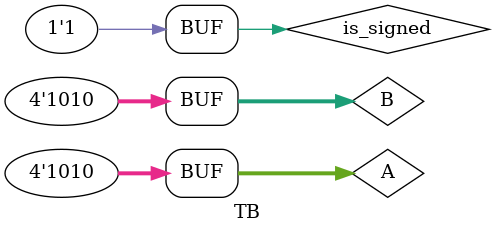
<source format=v>
`timescale 1ns / 1ps


module TB;
parameter WIDTH=4;
reg [WIDTH-1:0]A,B;
reg is_signed;
wire greater_than,less_than,equal; 
  
config_comp#(4)uut(
.A(A),
.B(B),
.is_signed(is_signed),
.greater_than(greater_than),
.less_than(less_than),
.equal(equal)
);
initial begin

A=4'B1000;B=4'B0011;is_signed=0; #10;
A=4'B0010;B=4'B1001;is_signed=0; #10;
A=4'B1110;B=4'B1110;is_signed=0; #10;
A=4'B1101;B=4'B1110;is_signed=1; #10;
A=4'B1011;B=4'B1010;is_signed=1; #10;
A=4'B1010;B=4'B1010;is_signed=1; #10;

end
endmodule

</source>
